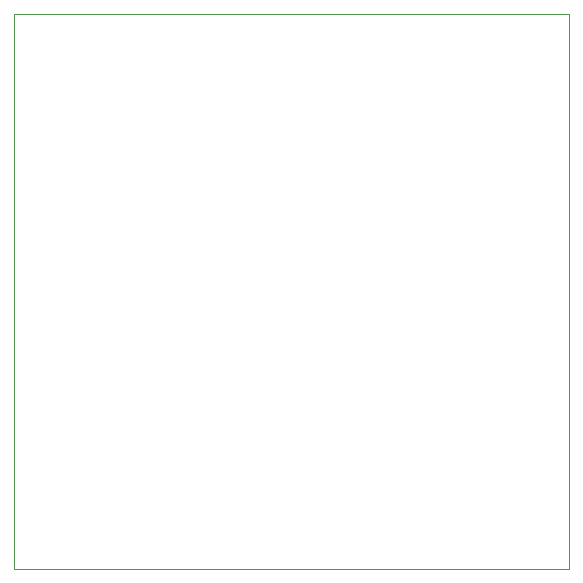
<source format=gko>
G75*
%MOIN*%
%OFA0B0*%
%FSLAX25Y25*%
%IPPOS*%
%LPD*%
%AMOC8*
5,1,8,0,0,1.08239X$1,22.5*
%
%ADD10C,0.00000*%
D10*
X0001000Y0001000D02*
X0001000Y0186039D01*
X0186039Y0186039D01*
X0186039Y0001000D01*
X0001000Y0001000D01*
M02*

</source>
